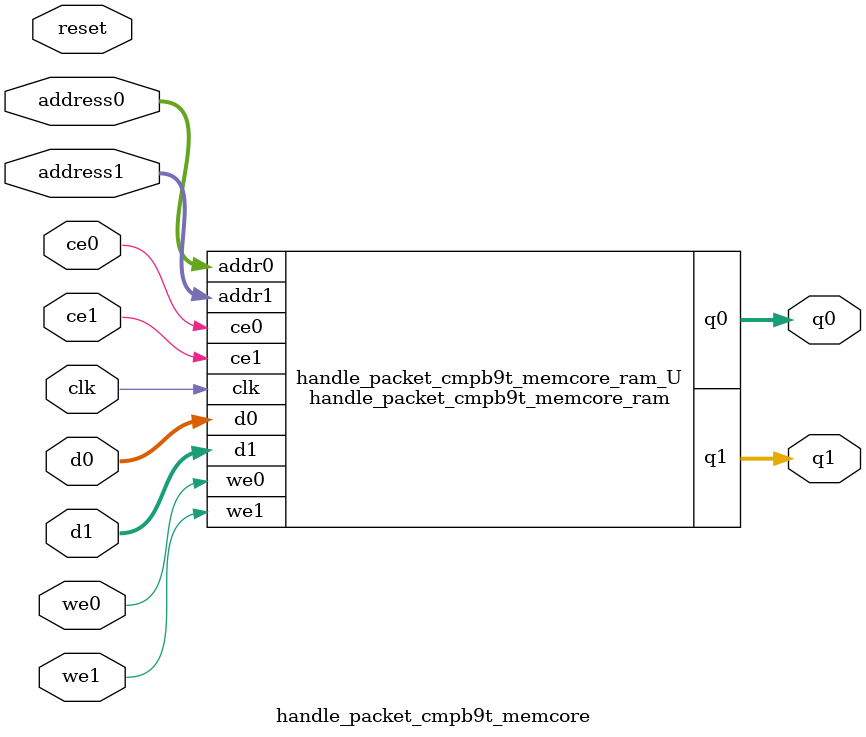
<source format=v>

`timescale 1 ns / 1 ps
module handle_packet_cmpb9t_memcore_ram (addr0, ce0, d0, we0, q0, addr1, ce1, d1, we1, q1,  clk);

parameter DWIDTH = 32;
parameter AWIDTH = 3;
parameter MEM_SIZE = 8;

input[AWIDTH-1:0] addr0;
input ce0;
input[DWIDTH-1:0] d0;
input we0;
output reg[DWIDTH-1:0] q0;
input[AWIDTH-1:0] addr1;
input ce1;
input[DWIDTH-1:0] d1;
input we1;
output reg[DWIDTH-1:0] q1;
input clk;

(* ram_style = "distributed" *)reg [DWIDTH-1:0] ram[0:MEM_SIZE-1];




always @(posedge clk)  
begin 
    if (ce0) 
    begin
        if (we0) 
        begin 
            ram[addr0] <= d0; 
            q0 <= d0;
        end 
        else 
            q0 <= ram[addr0];
    end
end


always @(posedge clk)  
begin 
    if (ce1) 
    begin
        if (we1) 
        begin 
            ram[addr1] <= d1; 
            q1 <= d1;
        end 
        else 
            q1 <= ram[addr1];
    end
end


endmodule


`timescale 1 ns / 1 ps
module handle_packet_cmpb9t_memcore(
    reset,
    clk,
    address0,
    ce0,
    we0,
    d0,
    q0,
    address1,
    ce1,
    we1,
    d1,
    q1);

parameter DataWidth = 32'd32;
parameter AddressRange = 32'd8;
parameter AddressWidth = 32'd3;
input reset;
input clk;
input[AddressWidth - 1:0] address0;
input ce0;
input we0;
input[DataWidth - 1:0] d0;
output[DataWidth - 1:0] q0;
input[AddressWidth - 1:0] address1;
input ce1;
input we1;
input[DataWidth - 1:0] d1;
output[DataWidth - 1:0] q1;



handle_packet_cmpb9t_memcore_ram handle_packet_cmpb9t_memcore_ram_U(
    .clk( clk ),
    .addr0( address0 ),
    .ce0( ce0 ),
    .d0( d0 ),
    .we0( we0 ),
    .q0( q0 ),
    .addr1( address1 ),
    .ce1( ce1 ),
    .d1( d1 ),
    .we1( we1 ),
    .q1( q1 ));

endmodule


</source>
